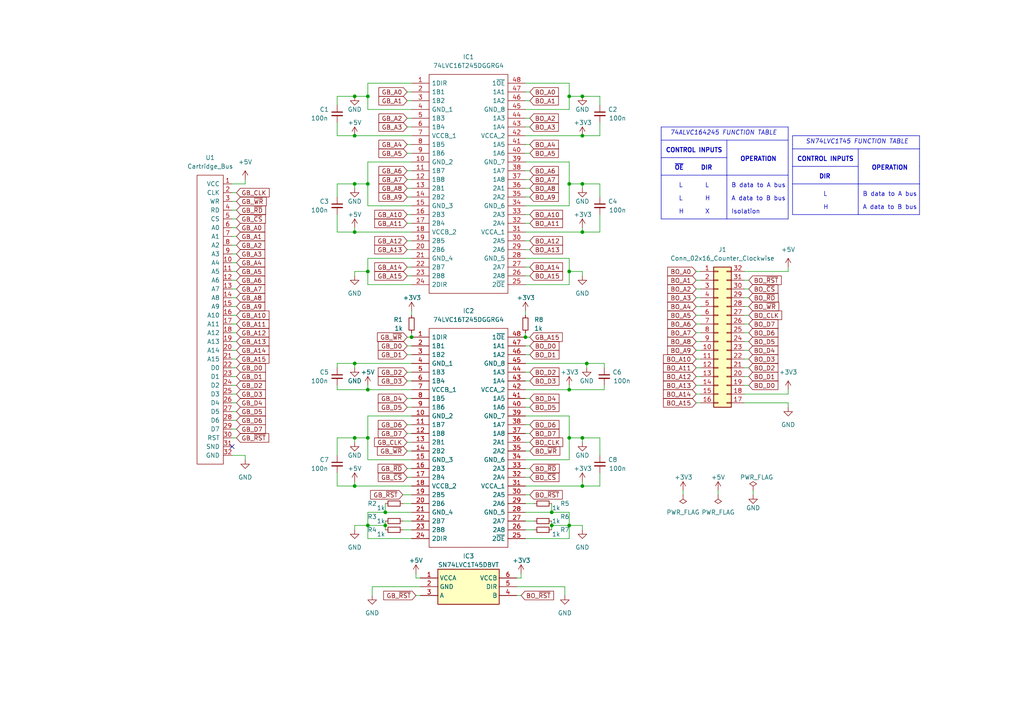
<source format=kicad_sch>
(kicad_sch (version 20230121) (generator eeschema)
  (paper "A4")
  (junction (at 119.38 97.79))
  (junction (at 165.1 127))
  (junction (at 168.91 67.31))
  (junction (at 111.76 152.4))
  (junction (at 168.91 127))
  (junction (at 102.87 39.37))
  (junction (at 168.91 39.37))
  (junction (at 102.87 105.41))
  (junction (at 168.91 53.34))
  (junction (at 165.1 53.34))
  (junction (at 160.02 152.4))
  (junction (at 106.68 78.74))
  (junction (at 152.4 97.79))
  (junction (at 106.68 152.4))
  (junction (at 102.87 127))
  (junction (at 165.1 113.03))
  (junction (at 170.18 105.41))
  (junction (at 111.76 148.59))
  (junction (at 165.1 27.94))
  (junction (at 165.1 152.4))
  (junction (at 102.87 140.97))
  (junction (at 102.87 27.94))
  (junction (at 106.68 53.34))
  (junction (at 160.02 148.59))
  (junction (at 106.68 127))
  (junction (at 168.91 140.97))
  (junction (at 106.68 113.03))
  (junction (at 102.87 67.31))
  (junction (at 102.87 53.34))
  (junction (at 165.1 78.74))
  (junction (at 106.68 27.94))
  (junction (at 168.91 27.94))
  (no_connect (at 67.31 129.54))
  (wire (pts (xy 152.4 146.05) (xy 154.94 146.05)))
  (wire (pts (xy 173.99 27.94) (xy 173.99 30.48)))
  (wire (pts (xy 165.1 74.93) (xy 165.1 78.74)))
  (wire (pts (xy 102.87 127) (xy 106.68 127)))
  (wire (pts (xy 165.1 53.34) (xy 165.1 46.99)))
  (wire (pts (xy 118.11 115.57) (xy 119.38 115.57)))
  (wire (pts (xy 215.9 78.74) (xy 228.6 78.74)))
  (wire (pts (xy 153.67 62.23) (xy 152.4 62.23)))
  (wire (pts (xy 152.4 138.43) (xy 153.67 138.43)))
  (wire (pts (xy 97.79 105.41) (xy 97.79 106.68)))
  (wire (pts (xy 102.87 67.31) (xy 119.38 67.31)))
  (wire (pts (xy 102.87 27.94) (xy 97.79 27.94)))
  (polyline (pts (xy 228.6 50.8) (xy 228.6 63.5)))
  (wire (pts (xy 106.68 59.69) (xy 119.38 59.69)))
  (wire (pts (xy 201.93 99.06) (xy 203.2 99.06)))
  (wire (pts (xy 68.58 68.58) (xy 67.31 68.58)))
  (wire (pts (xy 160.02 151.13) (xy 160.02 152.4)))
  (wire (pts (xy 152.4 31.75) (xy 165.1 31.75)))
  (wire (pts (xy 201.93 91.44) (xy 203.2 91.44)))
  (polyline (pts (xy 191.77 45.72) (xy 191.77 50.8)))
  (wire (pts (xy 173.99 67.31) (xy 173.99 62.23)))
  (wire (pts (xy 152.4 153.67) (xy 154.94 153.67)))
  (wire (pts (xy 119.38 105.41) (xy 102.87 105.41)))
  (wire (pts (xy 68.58 121.92) (xy 67.31 121.92)))
  (wire (pts (xy 68.58 106.68) (xy 67.31 106.68)))
  (wire (pts (xy 106.68 152.4) (xy 106.68 156.21)))
  (wire (pts (xy 152.4 143.51) (xy 153.67 143.51)))
  (wire (pts (xy 106.68 156.21) (xy 119.38 156.21)))
  (wire (pts (xy 168.91 127) (xy 168.91 128.27)))
  (wire (pts (xy 218.44 142.24) (xy 218.44 143.51)))
  (wire (pts (xy 118.11 138.43) (xy 119.38 138.43)))
  (wire (pts (xy 106.68 27.94) (xy 106.68 24.13)))
  (polyline (pts (xy 191.77 36.83) (xy 228.6 36.83)))
  (wire (pts (xy 106.68 113.03) (xy 119.38 113.03)))
  (polyline (pts (xy 229.87 62.23) (xy 248.92 62.23)))
  (wire (pts (xy 152.4 59.69) (xy 165.1 59.69)))
  (wire (pts (xy 68.58 99.06) (xy 67.31 99.06)))
  (wire (pts (xy 152.4 156.21) (xy 165.1 156.21)))
  (polyline (pts (xy 228.6 40.64) (xy 228.6 45.72)))
  (wire (pts (xy 170.18 105.41) (xy 175.26 105.41)))
  (wire (pts (xy 168.91 27.94) (xy 173.99 27.94)))
  (wire (pts (xy 118.11 44.45) (xy 119.38 44.45)))
  (polyline (pts (xy 248.92 48.26) (xy 248.92 53.34)))
  (polyline (pts (xy 228.6 40.64) (xy 191.77 40.64)))
  (wire (pts (xy 102.87 78.74) (xy 106.68 78.74)))
  (wire (pts (xy 68.58 96.52) (xy 67.31 96.52)))
  (wire (pts (xy 102.87 80.01) (xy 102.87 78.74)))
  (wire (pts (xy 152.4 44.45) (xy 153.67 44.45)))
  (wire (pts (xy 175.26 113.03) (xy 175.26 111.76)))
  (wire (pts (xy 201.93 88.9) (xy 203.2 88.9)))
  (wire (pts (xy 153.67 77.47) (xy 152.4 77.47)))
  (wire (pts (xy 152.4 128.27) (xy 153.67 128.27)))
  (wire (pts (xy 152.4 110.49) (xy 153.67 110.49)))
  (wire (pts (xy 201.93 86.36) (xy 203.2 86.36)))
  (wire (pts (xy 201.93 96.52) (xy 203.2 96.52)))
  (wire (pts (xy 68.58 111.76) (xy 67.31 111.76)))
  (wire (pts (xy 118.11 135.89) (xy 119.38 135.89)))
  (wire (pts (xy 71.12 132.08) (xy 71.12 133.35)))
  (wire (pts (xy 106.68 31.75) (xy 106.68 27.94)))
  (wire (pts (xy 152.4 24.13) (xy 165.1 24.13)))
  (wire (pts (xy 152.4 102.87) (xy 153.67 102.87)))
  (wire (pts (xy 168.91 78.74) (xy 168.91 80.01)))
  (wire (pts (xy 106.68 53.34) (xy 106.68 59.69)))
  (wire (pts (xy 215.9 83.82) (xy 217.17 83.82)))
  (wire (pts (xy 102.87 66.04) (xy 102.87 67.31)))
  (wire (pts (xy 168.91 67.31) (xy 173.99 67.31)))
  (wire (pts (xy 116.84 151.13) (xy 119.38 151.13)))
  (wire (pts (xy 118.11 36.83) (xy 119.38 36.83)))
  (wire (pts (xy 118.11 110.49) (xy 119.38 110.49)))
  (wire (pts (xy 119.38 120.65) (xy 106.68 120.65)))
  (wire (pts (xy 68.58 76.2) (xy 67.31 76.2)))
  (wire (pts (xy 217.17 91.44) (xy 215.9 91.44)))
  (wire (pts (xy 106.68 127) (xy 106.68 133.35)))
  (wire (pts (xy 152.4 100.33) (xy 153.67 100.33)))
  (wire (pts (xy 97.79 113.03) (xy 97.79 111.76)))
  (wire (pts (xy 165.1 78.74) (xy 168.91 78.74)))
  (wire (pts (xy 201.93 106.68) (xy 203.2 106.68)))
  (wire (pts (xy 153.67 69.85) (xy 152.4 69.85)))
  (wire (pts (xy 152.4 115.57) (xy 153.67 115.57)))
  (wire (pts (xy 119.38 148.59) (xy 111.76 148.59)))
  (wire (pts (xy 68.58 88.9) (xy 67.31 88.9)))
  (wire (pts (xy 68.58 60.96) (xy 67.31 60.96)))
  (wire (pts (xy 215.9 114.3) (xy 228.6 114.3)))
  (wire (pts (xy 97.79 27.94) (xy 97.79 30.48)))
  (polyline (pts (xy 191.77 39.37) (xy 191.77 36.83)))
  (wire (pts (xy 152.4 151.13) (xy 154.94 151.13)))
  (polyline (pts (xy 266.7 43.18) (xy 229.87 43.18)))
  (wire (pts (xy 217.17 96.52) (xy 215.9 96.52)))
  (wire (pts (xy 118.11 123.19) (xy 119.38 123.19)))
  (wire (pts (xy 165.1 133.35) (xy 152.4 133.35)))
  (wire (pts (xy 119.38 31.75) (xy 106.68 31.75)))
  (wire (pts (xy 152.4 74.93) (xy 165.1 74.93)))
  (wire (pts (xy 165.1 113.03) (xy 165.1 111.76)))
  (wire (pts (xy 201.93 104.14) (xy 203.2 104.14)))
  (polyline (pts (xy 266.7 62.23) (xy 248.92 62.23)))
  (wire (pts (xy 68.58 109.22) (xy 67.31 109.22)))
  (wire (pts (xy 118.11 62.23) (xy 119.38 62.23)))
  (wire (pts (xy 68.58 81.28) (xy 67.31 81.28)))
  (polyline (pts (xy 191.77 40.64) (xy 191.77 45.72)))
  (wire (pts (xy 97.79 127) (xy 97.79 132.08)))
  (wire (pts (xy 106.68 46.99) (xy 106.68 53.34)))
  (wire (pts (xy 215.9 86.36) (xy 217.17 86.36)))
  (wire (pts (xy 165.1 127) (xy 168.91 127)))
  (wire (pts (xy 153.67 80.01) (xy 152.4 80.01)))
  (polyline (pts (xy 191.77 63.5) (xy 210.82 63.5)))
  (polyline (pts (xy 229.87 53.34) (xy 248.92 53.34)))
  (wire (pts (xy 152.4 135.89) (xy 153.67 135.89)))
  (wire (pts (xy 152.4 49.53) (xy 153.67 49.53)))
  (polyline (pts (xy 248.92 43.18) (xy 248.92 48.26)))
  (polyline (pts (xy 229.87 53.34) (xy 229.87 62.23)))
  (polyline (pts (xy 248.92 62.23) (xy 248.92 53.34)))
  (wire (pts (xy 201.93 111.76) (xy 203.2 111.76)))
  (wire (pts (xy 160.02 148.59) (xy 152.4 148.59)))
  (wire (pts (xy 168.91 66.04) (xy 168.91 67.31)))
  (wire (pts (xy 201.93 116.84) (xy 203.2 116.84)))
  (wire (pts (xy 175.26 105.41) (xy 175.26 106.68)))
  (wire (pts (xy 102.87 54.61) (xy 102.87 53.34)))
  (wire (pts (xy 68.58 86.36) (xy 67.31 86.36)))
  (wire (pts (xy 68.58 66.04) (xy 67.31 66.04)))
  (wire (pts (xy 118.11 107.95) (xy 119.38 107.95)))
  (wire (pts (xy 111.76 152.4) (xy 111.76 153.67)))
  (wire (pts (xy 68.58 63.5) (xy 67.31 63.5)))
  (wire (pts (xy 152.4 125.73) (xy 153.67 125.73)))
  (wire (pts (xy 118.11 130.81) (xy 119.38 130.81)))
  (polyline (pts (xy 266.7 43.18) (xy 266.7 48.26)))
  (wire (pts (xy 118.11 77.47) (xy 119.38 77.47)))
  (polyline (pts (xy 228.6 50.8) (xy 228.6 45.72)))
  (wire (pts (xy 68.58 104.14) (xy 67.31 104.14)))
  (wire (pts (xy 160.02 152.4) (xy 165.1 152.4)))
  (polyline (pts (xy 229.87 48.26) (xy 248.92 48.26)))
  (wire (pts (xy 149.86 167.64) (xy 151.13 167.64)))
  (wire (pts (xy 116.84 153.67) (xy 119.38 153.67)))
  (wire (pts (xy 118.11 49.53) (xy 119.38 49.53)))
  (wire (pts (xy 152.4 54.61) (xy 153.67 54.61)))
  (wire (pts (xy 68.58 91.44) (xy 67.31 91.44)))
  (wire (pts (xy 217.17 109.22) (xy 215.9 109.22)))
  (wire (pts (xy 102.87 128.27) (xy 102.87 127)))
  (wire (pts (xy 120.65 167.64) (xy 120.65 166.37)))
  (wire (pts (xy 106.68 133.35) (xy 119.38 133.35)))
  (wire (pts (xy 201.93 83.82) (xy 203.2 83.82)))
  (polyline (pts (xy 229.87 48.26) (xy 229.87 53.34)))
  (wire (pts (xy 119.38 74.93) (xy 106.68 74.93)))
  (wire (pts (xy 208.28 142.24) (xy 208.28 143.51)))
  (wire (pts (xy 118.11 54.61) (xy 119.38 54.61)))
  (wire (pts (xy 165.1 156.21) (xy 165.1 152.4)))
  (wire (pts (xy 152.4 118.11) (xy 153.67 118.11)))
  (wire (pts (xy 106.68 152.4) (xy 111.76 152.4)))
  (wire (pts (xy 111.76 148.59) (xy 106.68 148.59)))
  (wire (pts (xy 68.58 83.82) (xy 67.31 83.82)))
  (wire (pts (xy 201.93 114.3) (xy 203.2 114.3)))
  (wire (pts (xy 168.91 53.34) (xy 173.99 53.34)))
  (wire (pts (xy 102.87 39.37) (xy 97.79 39.37)))
  (wire (pts (xy 118.11 72.39) (xy 119.38 72.39)))
  (wire (pts (xy 97.79 53.34) (xy 97.79 57.15)))
  (wire (pts (xy 201.93 101.6) (xy 203.2 101.6)))
  (wire (pts (xy 119.38 24.13) (xy 106.68 24.13)))
  (wire (pts (xy 152.4 52.07) (xy 153.67 52.07)))
  (polyline (pts (xy 266.7 39.37) (xy 266.7 43.18)))
  (wire (pts (xy 198.12 142.24) (xy 198.12 143.51)))
  (wire (pts (xy 201.93 78.74) (xy 203.2 78.74)))
  (wire (pts (xy 165.1 113.03) (xy 175.26 113.03)))
  (wire (pts (xy 149.86 172.72) (xy 151.13 172.72)))
  (polyline (pts (xy 228.6 63.5) (xy 210.82 63.5)))
  (wire (pts (xy 152.4 41.91) (xy 153.67 41.91)))
  (wire (pts (xy 106.68 111.76) (xy 106.68 113.03)))
  (wire (pts (xy 153.67 72.39) (xy 152.4 72.39)))
  (wire (pts (xy 97.79 140.97) (xy 97.79 137.16)))
  (polyline (pts (xy 229.87 41.91) (xy 229.87 39.37)))
  (wire (pts (xy 152.4 96.52) (xy 152.4 97.79)))
  (wire (pts (xy 68.58 55.88) (xy 67.31 55.88)))
  (wire (pts (xy 121.92 167.64) (xy 120.65 167.64)))
  (polyline (pts (xy 229.87 43.18) (xy 229.87 48.26)))
  (polyline (pts (xy 210.82 63.5) (xy 210.82 50.8)))
  (wire (pts (xy 217.17 93.98) (xy 215.9 93.98)))
  (wire (pts (xy 165.1 27.94) (xy 165.1 31.75)))
  (wire (pts (xy 68.58 73.66) (xy 67.31 73.66)))
  (wire (pts (xy 152.4 123.19) (xy 153.67 123.19)))
  (polyline (pts (xy 228.6 36.83) (xy 228.6 40.64)))
  (wire (pts (xy 106.68 113.03) (xy 97.79 113.03)))
  (wire (pts (xy 165.1 127) (xy 165.1 133.35)))
  (wire (pts (xy 68.58 58.42) (xy 67.31 58.42)))
  (wire (pts (xy 102.87 53.34) (xy 97.79 53.34)))
  (wire (pts (xy 152.4 120.65) (xy 165.1 120.65)))
  (wire (pts (xy 68.58 78.74) (xy 67.31 78.74)))
  (wire (pts (xy 165.1 53.34) (xy 168.91 53.34)))
  (wire (pts (xy 118.11 97.79) (xy 119.38 97.79)))
  (wire (pts (xy 152.4 113.03) (xy 165.1 113.03)))
  (wire (pts (xy 67.31 53.34) (xy 71.12 53.34)))
  (wire (pts (xy 118.11 34.29) (xy 119.38 34.29)))
  (wire (pts (xy 215.9 111.76) (xy 217.17 111.76)))
  (wire (pts (xy 217.17 104.14) (xy 215.9 104.14)))
  (wire (pts (xy 163.83 170.18) (xy 163.83 172.72)))
  (wire (pts (xy 97.79 67.31) (xy 97.79 62.23)))
  (wire (pts (xy 97.79 39.37) (xy 97.79 35.56)))
  (wire (pts (xy 152.4 67.31) (xy 168.91 67.31)))
  (wire (pts (xy 111.76 151.13) (xy 111.76 152.4)))
  (polyline (pts (xy 210.82 40.64) (xy 210.82 45.72)))
  (wire (pts (xy 119.38 96.52) (xy 119.38 97.79)))
  (wire (pts (xy 102.87 105.41) (xy 102.87 106.68)))
  (wire (pts (xy 118.11 29.21) (xy 119.38 29.21)))
  (wire (pts (xy 168.91 152.4) (xy 168.91 153.67)))
  (wire (pts (xy 118.11 26.67) (xy 119.38 26.67)))
  (wire (pts (xy 121.92 170.18) (xy 107.95 170.18)))
  (wire (pts (xy 170.18 105.41) (xy 170.18 106.68)))
  (polyline (pts (xy 266.7 53.34) (xy 266.7 62.23)))
  (wire (pts (xy 217.17 99.06) (xy 215.9 99.06)))
  (wire (pts (xy 118.11 64.77) (xy 119.38 64.77)))
  (wire (pts (xy 71.12 53.34) (xy 71.12 52.07)))
  (wire (pts (xy 160.02 146.05) (xy 160.02 148.59)))
  (wire (pts (xy 168.91 127) (xy 173.99 127)))
  (wire (pts (xy 168.91 39.37) (xy 173.99 39.37)))
  (polyline (pts (xy 229.87 41.91) (xy 229.87 43.18)))
  (wire (pts (xy 173.99 53.34) (xy 173.99 57.15)))
  (wire (pts (xy 102.87 152.4) (xy 106.68 152.4)))
  (wire (pts (xy 168.91 53.34) (xy 168.91 54.61)))
  (wire (pts (xy 118.11 41.91) (xy 119.38 41.91)))
  (wire (pts (xy 68.58 71.12) (xy 67.31 71.12)))
  (wire (pts (xy 102.87 105.41) (xy 97.79 105.41)))
  (wire (pts (xy 68.58 124.46) (xy 67.31 124.46)))
  (wire (pts (xy 168.91 139.7) (xy 168.91 140.97)))
  (wire (pts (xy 165.1 82.55) (xy 152.4 82.55)))
  (wire (pts (xy 165.1 120.65) (xy 165.1 127)))
  (polyline (pts (xy 191.77 45.72) (xy 210.82 45.72)))
  (wire (pts (xy 67.31 132.08) (xy 71.12 132.08)))
  (wire (pts (xy 102.87 67.31) (xy 97.79 67.31)))
  (wire (pts (xy 152.4 107.95) (xy 153.67 107.95)))
  (wire (pts (xy 149.86 170.18) (xy 163.83 170.18)))
  (polyline (pts (xy 210.82 50.8) (xy 228.6 50.8)))
  (wire (pts (xy 152.4 130.81) (xy 153.67 130.81)))
  (wire (pts (xy 217.17 101.6) (xy 215.9 101.6)))
  (wire (pts (xy 106.68 78.74) (xy 106.68 82.55)))
  (wire (pts (xy 201.93 109.22) (xy 203.2 109.22)))
  (wire (pts (xy 228.6 116.84) (xy 228.6 118.11)))
  (wire (pts (xy 165.1 24.13) (xy 165.1 27.94)))
  (wire (pts (xy 215.9 81.28) (xy 217.17 81.28)))
  (polyline (pts (xy 229.87 39.37) (xy 266.7 39.37)))
  (wire (pts (xy 152.4 97.79) (xy 153.67 97.79)))
  (wire (pts (xy 165.1 59.69) (xy 165.1 53.34)))
  (wire (pts (xy 102.87 140.97) (xy 97.79 140.97)))
  (wire (pts (xy 165.1 152.4) (xy 168.91 152.4)))
  (wire (pts (xy 118.11 125.73) (xy 119.38 125.73)))
  (wire (pts (xy 118.11 128.27) (xy 119.38 128.27)))
  (wire (pts (xy 152.4 105.41) (xy 170.18 105.41)))
  (wire (pts (xy 228.6 114.3) (xy 228.6 113.03)))
  (polyline (pts (xy 266.7 53.34) (xy 266.7 48.26)))
  (wire (pts (xy 120.65 172.72) (xy 121.92 172.72)))
  (wire (pts (xy 102.87 139.7) (xy 102.87 140.97)))
  (wire (pts (xy 215.9 88.9) (xy 217.17 88.9)))
  (wire (pts (xy 107.95 170.18) (xy 107.95 172.72)))
  (wire (pts (xy 165.1 152.4) (xy 165.1 148.59)))
  (wire (pts (xy 215.9 116.84) (xy 228.6 116.84)))
  (wire (pts (xy 106.68 82.55) (xy 119.38 82.55)))
  (wire (pts (xy 165.1 46.99) (xy 152.4 46.99)))
  (polyline (pts (xy 191.77 50.8) (xy 210.82 50.8)))
  (wire (pts (xy 160.02 152.4) (xy 160.02 153.67)))
  (wire (pts (xy 118.11 52.07) (xy 119.38 52.07)))
  (polyline (pts (xy 191.77 50.8) (xy 191.77 63.5)))
  (wire (pts (xy 152.4 39.37) (xy 168.91 39.37)))
  (wire (pts (xy 173.99 140.97) (xy 173.99 137.16)))
  (wire (pts (xy 111.76 146.05) (xy 111.76 148.59)))
  (wire (pts (xy 152.4 57.15) (xy 153.67 57.15)))
  (wire (pts (xy 102.87 39.37) (xy 119.38 39.37)))
  (wire (pts (xy 153.67 64.77) (xy 152.4 64.77)))
  (wire (pts (xy 152.4 26.67) (xy 153.67 26.67)))
  (wire (pts (xy 102.87 27.94) (xy 106.68 27.94)))
  (wire (pts (xy 165.1 148.59) (xy 160.02 148.59)))
  (wire (pts (xy 68.58 101.6) (xy 67.31 101.6)))
  (wire (pts (xy 201.93 93.98) (xy 203.2 93.98)))
  (wire (pts (xy 118.11 100.33) (xy 119.38 100.33)))
  (wire (pts (xy 201.93 81.28) (xy 203.2 81.28)))
  (wire (pts (xy 118.11 69.85) (xy 119.38 69.85)))
  (wire (pts (xy 118.11 102.87) (xy 119.38 102.87)))
  (wire (pts (xy 102.87 140.97) (xy 119.38 140.97)))
  (polyline (pts (xy 210.82 45.72) (xy 210.82 50.8)))
  (wire (pts (xy 68.58 114.3) (xy 67.31 114.3)))
  (wire (pts (xy 106.68 74.93) (xy 106.68 78.74)))
  (wire (pts (xy 165.1 78.74) (xy 165.1 82.55)))
  (wire (pts (xy 151.13 167.64) (xy 151.13 166.37)))
  (wire (pts (xy 106.68 120.65) (xy 106.68 127)))
  (wire (pts (xy 102.87 153.67) (xy 102.87 152.4)))
  (wire (pts (xy 118.11 57.15) (xy 119.38 57.15)))
  (wire (pts (xy 152.4 36.83) (xy 153.67 36.83)))
  (wire (pts (xy 173.99 39.37) (xy 173.99 35.56)))
  (wire (pts (xy 68.58 93.98) (xy 67.31 93.98)))
  (polyline (pts (xy 191.77 39.37) (xy 191.77 40.64)))
  (wire (pts (xy 228.6 78.74) (xy 228.6 77.47)))
  (wire (pts (xy 152.4 34.29) (xy 153.67 34.29)))
  (wire (pts (xy 165.1 27.94) (xy 168.91 27.94)))
  (wire (pts (xy 116.84 143.51) (xy 119.38 143.51)))
  (wire (pts (xy 68.58 119.38) (xy 67.31 119.38)))
  (polyline (pts (xy 248.92 53.34) (xy 266.7 53.34)))
  (wire (pts (xy 217.17 106.68) (xy 215.9 106.68)))
  (wire (pts (xy 118.11 80.01) (xy 119.38 80.01)))
  (wire (pts (xy 68.58 116.84) (xy 67.31 116.84)))
  (wire (pts (xy 68.58 127) (xy 67.31 127)))
  (wire (pts (xy 168.91 140.97) (xy 173.99 140.97)))
  (wire (pts (xy 152.4 29.21) (xy 153.67 29.21)))
  (wire (pts (xy 116.84 146.05) (xy 119.38 146.05)))
  (wire (pts (xy 173.99 127) (xy 173.99 132.08)))
  (wire (pts (xy 152.4 90.17) (xy 152.4 91.44)))
  (wire (pts (xy 152.4 140.97) (xy 168.91 140.97)))
  (wire (pts (xy 102.87 53.34) (xy 106.68 53.34)))
  (wire (pts (xy 119.38 90.17) (xy 119.38 91.44)))
  (wire (pts (xy 118.11 118.11) (xy 119.38 118.11)))
  (wire (pts (xy 102.87 127) (xy 97.79 127)))
  (wire (pts (xy 106.68 148.59) (xy 106.68 152.4)))
  (wire (pts (xy 119.38 46.99) (xy 106.68 46.99)))
  (text "DIR" (at 203.2 49.53 0) (effects (font (size 1.27 1.27) (thickness 0.254) bold) (justify left bottom)))
  (text "L" (at 238.76 57.15 0) (effects (font (size 1.27 1.27)) (justify left bottom)))
  (text "H" (at 204.47 58.42 0) (effects (font (size 1.27 1.27)) (justify left bottom)))
  (text "DIR" (at 237.49 52.07 0) (effects (font (size 1.27 1.27) (thickness 0.254) bold) (justify left bottom)))
  (text "B data to A bus" (at 250.19 57.15 0) (effects (font (size 1.27 1.27)) (justify left bottom)))
  (text "CONTROL INPUTS" (at 193.04 44.45 0) (effects (font (size 1.27 1.27) (thickness 0.254) bold) (justify left bottom)))
  (text "H" (at 196.85 62.23 0) (effects (font (size 1.27 1.27)) (justify left bottom)))
  (text "OPERATION" (at 214.63 46.99 0) (effects (font (size 1.27 1.27) (thickness 0.254) bold) (justify left bottom)))
  (text "Isolation" (at 212.09 62.23 0) (effects (font (size 1.27 1.27)) (justify left bottom)))
  (text "A data to B bus" (at 250.19 60.96 0) (effects (font (size 1.27 1.27)) (justify left bottom)))
  (text "H" (at 238.76 60.96 0) (effects (font (size 1.27 1.27)) (justify left bottom)))
  (text "L" (at 204.47 54.61 0) (effects (font (size 1.27 1.27)) (justify left bottom)))
  (text "74ALVC164245 FUNCTION TABLE\n" (at 194.31 39.37 0) (effects (font (size 1.27 1.27) italic) (justify left bottom)))
  (text "A data to B bus" (at 212.09 58.42 0) (effects (font (size 1.27 1.27)) (justify left bottom)))
  (text "L" (at 196.85 58.42 0) (effects (font (size 1.27 1.27)) (justify left bottom)))
  (text "SN74LVC1T45 FUNCTION TABLE\n" (at 233.68 41.91 0) (effects (font (size 1.27 1.27) italic) (justify left bottom)))
  (text "X" (at 204.47 62.23 0) (effects (font (size 1.27 1.27)) (justify left bottom)))
  (text "CONTROL INPUTS" (at 231.14 46.99 0) (effects (font (size 1.27 1.27) (thickness 0.254) bold) (justify left bottom)))
  (text "L" (at 196.85 54.61 0) (effects (font (size 1.27 1.27)) (justify left bottom)))
  (text "OPERATION" (at 252.73 49.53 0) (effects (font (size 1.27 1.27) (thickness 0.254) bold) (justify left bottom)))
  (text "B data to A bus" (at 212.09 54.61 0) (effects (font (size 1.27 1.27)) (justify left bottom)))
  (text "~{OE}" (at 195.58 49.53 0) (effects (font (size 1.27 1.27) (thickness 0.254) bold) (justify left bottom)))
  (global_label "GB_A14" (shape input) (at 68.58 101.6 0) (property "Intersheetrefs" "${INTERSHEET_REFS}" (effects hide)))
  (global_label "GB_D1" (shape input) (at 118.11 102.87 180) (property "Intersheetrefs" "${INTERSHEET_REFS}" (effects hide)))
  (global_label "BO_D3" (shape input) (at 217.17 104.14 0) (property "Intersheetrefs" "${INTERSHEET_REFS}" (effects hide)))
  (global_label "BO_~{RD}" (shape input) (at 153.67 135.89 0) (property "Intersheetrefs" "${INTERSHEET_REFS}" (effects hide)))
  (global_label "BO_A15" (shape input) (at 153.67 80.01 0) (property "Intersheetrefs" "${INTERSHEET_REFS}" (effects hide)))
  (global_label "GB_D0" (shape input) (at 118.11 100.33 180) (property "Intersheetrefs" "${INTERSHEET_REFS}" (effects hide)))
  (global_label "GB_A6" (shape input) (at 68.58 81.28 0) (property "Intersheetrefs" "${INTERSHEET_REFS}" (effects hide)))
  (global_label "GB_A6" (shape input) (at 118.11 49.53 180) (property "Intersheetrefs" "${INTERSHEET_REFS}" (effects hide)))
  (global_label "BO_A0" (shape input) (at 153.67 26.67 0) (property "Intersheetrefs" "${INTERSHEET_REFS}" (effects hide)))
  (global_label "GB_A11" (shape input) (at 68.58 93.98 0) (property "Intersheetrefs" "${INTERSHEET_REFS}" (effects hide)))
  (global_label "GB_~{RST}" (shape input) (at 116.84 143.51 180) (property "Intersheetrefs" "${INTERSHEET_REFS}" (effects hide)))
  (global_label "BO_CLK" (shape input) (at 217.17 91.44 0) (property "Intersheetrefs" "${INTERSHEET_REFS}" (effects hide)))
  (global_label "BO_A11" (shape input) (at 153.67 64.77 0) (property "Intersheetrefs" "${INTERSHEET_REFS}" (effects hide)))
  (global_label "BO_A13" (shape input) (at 153.67 72.39 0) (property "Intersheetrefs" "${INTERSHEET_REFS}" (effects hide)))
  (global_label "BO_A7" (shape input) (at 201.93 96.52 180) (property "Intersheetrefs" "${INTERSHEET_REFS}" (effects hide)))
  (global_label "BO_D7" (shape input) (at 217.17 93.98 0) (property "Intersheetrefs" "${INTERSHEET_REFS}" (effects hide)))
  (global_label "BO_A6" (shape input) (at 201.93 93.98 180) (property "Intersheetrefs" "${INTERSHEET_REFS}" (effects hide)))
  (global_label "BO_D0" (shape input) (at 217.17 111.76 0) (property "Intersheetrefs" "${INTERSHEET_REFS}" (effects hide)))
  (global_label "GB_A11" (shape input) (at 118.11 64.77 180) (property "Intersheetrefs" "${INTERSHEET_REFS}" (effects hide)))
  (global_label "GB_A9" (shape input) (at 118.11 57.15 180) (property "Intersheetrefs" "${INTERSHEET_REFS}" (effects hide)))
  (global_label "BO_D4" (shape input) (at 153.67 115.57 0) (property "Intersheetrefs" "${INTERSHEET_REFS}" (effects hide)))
  (global_label "GB_D2" (shape input) (at 68.58 111.76 0) (property "Intersheetrefs" "${INTERSHEET_REFS}" (effects hide)))
  (global_label "BO_A3" (shape input) (at 201.93 86.36 180) (property "Intersheetrefs" "${INTERSHEET_REFS}" (effects hide)))
  (global_label "BO_~{CS}" (shape input) (at 217.17 83.82 0) (property "Intersheetrefs" "${INTERSHEET_REFS}" (effects hide)))
  (global_label "BO_A6" (shape input) (at 153.67 49.53 0) (property "Intersheetrefs" "${INTERSHEET_REFS}" (effects hide)))
  (global_label "GB_A4" (shape input) (at 118.11 41.91 180) (property "Intersheetrefs" "${INTERSHEET_REFS}" (effects hide)))
  (global_label "BO_~{RST}" (shape input) (at 151.13 172.72 0) (property "Intersheetrefs" "${INTERSHEET_REFS}" (effects hide)))
  (global_label "GB_A14" (shape input) (at 118.11 77.47 180) (property "Intersheetrefs" "${INTERSHEET_REFS}" (effects hide)))
  (global_label "GB_~{RST}" (shape input) (at 120.65 172.72 180) (property "Intersheetrefs" "${INTERSHEET_REFS}" (effects hide)))
  (global_label "GB_~{WR}" (shape input) (at 118.11 130.81 180) (property "Intersheetrefs" "${INTERSHEET_REFS}" (effects hide)))
  (global_label "GB_A1" (shape input) (at 68.58 68.58 0) (property "Intersheetrefs" "${INTERSHEET_REFS}" (effects hide)))
  (global_label "GB_A10" (shape input) (at 68.58 91.44 0) (property "Intersheetrefs" "${INTERSHEET_REFS}" (effects hide)))
  (global_label "BO_A14" (shape input) (at 201.93 114.3 180) (property "Intersheetrefs" "${INTERSHEET_REFS}" (effects hide)))
  (global_label "GB_CLK" (shape input) (at 118.11 128.27 180) (property "Intersheetrefs" "${INTERSHEET_REFS}" (effects hide)))
  (global_label "BO_A0" (shape input) (at 201.93 78.74 180) (property "Intersheetrefs" "${INTERSHEET_REFS}" (effects hide)))
  (global_label "BO_D1" (shape input) (at 153.67 102.87 0) (property "Intersheetrefs" "${INTERSHEET_REFS}" (effects hide)))
  (global_label "BO_A9" (shape input) (at 153.67 57.15 0) (property "Intersheetrefs" "${INTERSHEET_REFS}" (effects hide)))
  (global_label "BO_A5" (shape input) (at 201.93 91.44 180) (property "Intersheetrefs" "${INTERSHEET_REFS}" (effects hide)))
  (global_label "GB_~{RD}" (shape input) (at 118.11 135.89 180) (property "Intersheetrefs" "${INTERSHEET_REFS}" (effects hide)))
  (global_label "GB_A12" (shape input) (at 118.11 69.85 180) (property "Intersheetrefs" "${INTERSHEET_REFS}" (effects hide)))
  (global_label "BO_~{WR}" (shape input) (at 217.17 88.9 0) (property "Intersheetrefs" "${INTERSHEET_REFS}" (effects hide)))
  (global_label "BO_A14" (shape input) (at 153.67 77.47 0) (property "Intersheetrefs" "${INTERSHEET_REFS}" (effects hide)))
  (global_label "BO_~{WR}" (shape input) (at 153.67 130.81 0) (property "Intersheetrefs" "${INTERSHEET_REFS}" (effects hide)))
  (global_label "BO_~{CS}" (shape input) (at 153.67 138.43 0) (property "Intersheetrefs" "${INTERSHEET_REFS}" (effects hide)))
  (global_label "GB_A8" (shape input) (at 68.58 86.36 0) (property "Intersheetrefs" "${INTERSHEET_REFS}" (effects hide)))
  (global_label "BO_A9" (shape input) (at 201.93 101.6 180) (property "Intersheetrefs" "${INTERSHEET_REFS}" (effects hide)))
  (global_label "BO_A12" (shape input) (at 201.93 109.22 180) (property "Intersheetrefs" "${INTERSHEET_REFS}" (effects hide)))
  (global_label "GB_A7" (shape input) (at 118.11 52.07 180) (property "Intersheetrefs" "${INTERSHEET_REFS}" (effects hide)))
  (global_label "GB_~{WR}" (shape input) (at 118.11 97.79 180) (property "Intersheetrefs" "${INTERSHEET_REFS}" (effects hide)))
  (global_label "GB_D6" (shape input) (at 68.58 121.92 0) (property "Intersheetrefs" "${INTERSHEET_REFS}" (effects hide)))
  (global_label "GB_CLK" (shape input) (at 68.58 55.88 0) (property "Intersheetrefs" "${INTERSHEET_REFS}" (effects hide)))
  (global_label "BO_D2" (shape input) (at 153.67 107.95 0) (property "Intersheetrefs" "${INTERSHEET_REFS}" (effects hide)))
  (global_label "GB_A0" (shape input) (at 118.11 26.67 180) (property "Intersheetrefs" "${INTERSHEET_REFS}" (effects hide)))
  (global_label "GB_A12" (shape input) (at 68.58 96.52 0) (property "Intersheetrefs" "${INTERSHEET_REFS}" (effects hide)))
  (global_label "GB_A2" (shape input) (at 118.11 34.29 180) (property "Intersheetrefs" "${INTERSHEET_REFS}" (effects hide)))
  (global_label "GB_D7" (shape input) (at 118.11 125.73 180) (property "Intersheetrefs" "${INTERSHEET_REFS}" (effects hide)))
  (global_label "GB_A15" (shape input) (at 118.11 80.01 180) (property "Intersheetrefs" "${INTERSHEET_REFS}" (effects hide)))
  (global_label "GB_D5" (shape input) (at 68.58 119.38 0) (property "Intersheetrefs" "${INTERSHEET_REFS}" (effects hide)))
  (global_label "GB_D2" (shape input) (at 118.11 107.95 180) (property "Intersheetrefs" "${INTERSHEET_REFS}" (effects hide)))
  (global_label "GB_D3" (shape input) (at 68.58 114.3 0) (property "Intersheetrefs" "${INTERSHEET_REFS}" (effects hide)))
  (global_label "BO_A1" (shape input) (at 201.93 81.28 180) (property "Intersheetrefs" "${INTERSHEET_REFS}" (effects hide)))
  (global_label "GB_D3" (shape input) (at 118.11 110.49 180) (property "Intersheetrefs" "${INTERSHEET_REFS}" (effects hide)))
  (global_label "GB_A8" (shape input) (at 118.11 54.61 180) (property "Intersheetrefs" "${INTERSHEET_REFS}" (effects hide)))
  (global_label "GB_A7" (shape input) (at 68.58 83.82 0) (property "Intersheetrefs" "${INTERSHEET_REFS}" (effects hide)))
  (global_label "GB_D5" (shape input) (at 118.11 118.11 180) (property "Intersheetrefs" "${INTERSHEET_REFS}" (effects hide)))
  (global_label "BO_A2" (shape input) (at 201.93 83.82 180) (property "Intersheetrefs" "${INTERSHEET_REFS}" (effects hide)))
  (global_label "GB_D0" (shape input) (at 68.58 106.68 0) (property "Intersheetrefs" "${INTERSHEET_REFS}" (effects hide)))
  (global_label "BO_A10" (shape input) (at 201.93 104.14 180) (property "Intersheetrefs" "${INTERSHEET_REFS}" (effects hide)))
  (global_label "GB_A0" (shape input) (at 68.58 66.04 0) (property "Intersheetrefs" "${INTERSHEET_REFS}" (effects hide)))
  (global_label "GB_D4" (shape input) (at 68.58 116.84 0) (property "Intersheetrefs" "${INTERSHEET_REFS}" (effects hide)))
  (global_label "GB_A15" (shape input) (at 68.58 104.14 0) (property "Intersheetrefs" "${INTERSHEET_REFS}" (effects hide)))
  (global_label "BO_~{RD}" (shape input) (at 217.17 86.36 0) (property "Intersheetrefs" "${INTERSHEET_REFS}" (effects hide)))
  (global_label "BO_D3" (shape input) (at 153.67 110.49 0) (property "Intersheetrefs" "${INTERSHEET_REFS}" (effects hide)))
  (global_label "GB_~{CS}" (shape input) (at 118.11 138.43 180) (property "Intersheetrefs" "${INTERSHEET_REFS}" (effects hide)))
  (global_label "BO_D1" (shape input) (at 217.17 109.22 0) (property "Intersheetrefs" "${INTERSHEET_REFS}" (effects hide)))
  (global_label "GB_D7" (shape input) (at 68.58 124.46 0) (property "Intersheetrefs" "${INTERSHEET_REFS}" (effects hide)))
  (global_label "GB_A13" (shape input) (at 118.11 72.39 180) (property "Intersheetrefs" "${INTERSHEET_REFS}" (effects hide)))
  (global_label "GB_~{CS}" (shape input) (at 68.58 63.5 0) (property "Intersheetrefs" "${INTERSHEET_REFS}" (effects hide)))
  (global_label "GB_~{WR}" (shape input) (at 68.58 58.42 0) (property "Intersheetrefs" "${INTERSHEET_REFS}" (effects hide)))
  (global_label "GB_A4" (shape input) (at 68.58 76.2 0) (property "Intersheetrefs" "${INTERSHEET_REFS}" (effects hide)))
  (global_label "BO_~{RST}" (shape input) (at 217.17 81.28 0) (property "Intersheetrefs" "${INTERSHEET_REFS}" (effects hide)))
  (global_label "GB_A2" (shape input) (at 68.58 71.12 0) (property "Intersheetrefs" "${INTERSHEET_REFS}" (effects hide)))
  (global_label "BO_D6" (shape input) (at 217.17 96.52 0) (property "Intersheetrefs" "${INTERSHEET_REFS}" (effects hide)))
  (global_label "GB_A1" (shape input) (at 118.11 29.21 180) (property "Intersheetrefs" "${INTERSHEET_REFS}" (effects hide)))
  (global_label "BO_A11" (shape input) (at 201.93 106.68 180) (property "Intersheetrefs" "${INTERSHEET_REFS}" (effects hide)))
  (global_label "GB_D1" (shape input) (at 68.58 109.22 0) (property "Intersheetrefs" "${INTERSHEET_REFS}" (effects hide)))
  (global_label "GB_A13" (shape input) (at 68.58 99.06 0) (property "Intersheetrefs" "${INTERSHEET_REFS}" (effects hide)))
  (global_label "GB_~{RD}" (shape input) (at 68.58 60.96 0) (property "Intersheetrefs" "${INTERSHEET_REFS}" (effects hide)))
  (global_label "BO_A15" (shape input) (at 201.93 116.84 180) (property "Intersheetrefs" "${INTERSHEET_REFS}" (effects hide)))
  (global_label "BO_D7" (shape input) (at 153.67 125.73 0) (property "Intersheetrefs" "${INTERSHEET_REFS}" (effects hide)))
  (global_label "BO_A8" (shape input) (at 201.93 99.06 180) (property "Intersheetrefs" "${INTERSHEET_REFS}" (effects hide)))
  (global_label "GB_~{RST}" (shape input) (at 68.58 127 0) (property "Intersheetrefs" "${INTERSHEET_REFS}" (effects hide)))
  (global_label "GB_A3" (shape input) (at 118.11 36.83 180) (property "Intersheetrefs" "${INTERSHEET_REFS}" (effects hide)))
  (global_label "BO_A13" (shape input) (at 201.93 111.76 180) (property "Intersheetrefs" "${INTERSHEET_REFS}" (effects hide)))
  (global_label "BO_D5" (shape input) (at 217.17 99.06 0) (property "Intersheetrefs" "${INTERSHEET_REFS}" (effects hide)))
  (global_label "BO_~{RST}" (shape input) (at 153.67 143.51 0) (property "Intersheetrefs" "${INTERSHEET_REFS}" (effects hide)))
  (global_label "BO_A12" (shape input) (at 153.67 69.85 0) (property "Intersheetrefs" "${INTERSHEET_REFS}" (effects hide)))
  (global_label "BO_A7" (shape input) (at 153.67 52.07 0) (property "Intersheetrefs" "${INTERSHEET_REFS}" (effects hide)))
  (global_label "BO_A5" (shape input) (at 153.67 44.45 0) (property "Intersheetrefs" "${INTERSHEET_REFS}" (effects hide)))
  (global_label "BO_A4" (shape input) (at 153.67 41.91 0) (property "Intersheetrefs" "${INTERSHEET_REFS}" (effects hide)))
  (global_label "GB_A5" (shape input) (at 68.58 78.74 0) (property "Intersheetrefs" "${INTERSHEET_REFS}" (effects hide)))
  (global_label "BO_D0" (shape input) (at 153.67 100.33 0) (property "Intersheetrefs" "${INTERSHEET_REFS}" (effects hide)))
  (global_label "GB_A10" (shape input) (at 118.11 62.23 180) (property "Intersheetrefs" "${INTERSHEET_REFS}" (effects hide)))
  (global_label "BO_A10" (shape input) (at 153.67 62.23 0) (property "Intersheetrefs" "${INTERSHEET_REFS}" (effects hide)))
  (global_label "BO_A1" (shape input) (at 153.67 29.21 0) (property "Intersheetrefs" "${INTERSHEET_REFS}" (effects hide)))
  (global_label "GB_A9" (shape input) (at 68.58 88.9 0) (property "Intersheetrefs" "${INTERSHEET_REFS}" (effects hide)))
  (global_label "GB_D6" (shape input) (at 118.11 123.19 180) (property "Intersheetrefs" "${INTERSHEET_REFS}" (effects hide)))
  (global_label "GB_D4" (shape input) (at 118.11 115.57 180) (property "Intersheetrefs" "${INTERSHEET_REFS}" (effects hide)))
  (global_label "BO_A2" (shape input) (at 153.67 34.29 0) (property "Intersheetrefs" "${INTERSHEET_REFS}" (effects hide)))
  (global_label "BO_D2" (shape input) (at 217.17 106.68 0) (property "Intersheetrefs" "${INTERSHEET_REFS}" (effects hide)))
  (global_label "BO_A4" (shape input) (at 201.93 88.9 180) (property "Intersheetrefs" "${INTERSHEET_REFS}" (effects hide)))
  (global_label "GB_A5" (shape input) (at 118.11 44.45 180) (property "Intersheetrefs" "${INTERSHEET_REFS}" (effects hide)))
  (global_label "GB_A3" (shape input) (at 68.58 73.66 0) (property "Intersheetrefs" "${INTERSHEET_REFS}" (effects hide)))
  (global_label "BO_A3" (shape input) (at 153.67 36.83 0) (property "Intersheetrefs" "${INTERSHEET_REFS}" (effects hide)))
  (global_label "BO_CLK" (shape input) (at 153.67 128.27 0) (property "Intersheetrefs" "${INTERSHEET_REFS}" (effects hide)))
  (global_label "BO_D4" (shape input) (at 217.17 101.6 0) (property "Intersheetrefs" "${INTERSHEET_REFS}" (effects hide)))
  (global_label "GB_A15" (shape input) (at 153.67 97.79 0) (property "Intersheetrefs" "${INTERSHEET_REFS}" (effects hide)))
  (global_label "BO_A8" (shape input) (at 153.67 54.61 0) (property "Intersheetrefs" "${INTERSHEET_REFS}" (effects hide)))
  (global_label "BO_D6" (shape input) (at 153.67 123.19 0) (property "Intersheetrefs" "${INTERSHEET_REFS}" (effects hide)))
  (global_label "BO_D5" (shape input) (at 153.67 118.11 0) (property "Intersheetrefs" "${INTERSHEET_REFS}" (effects hide)))
  (symbol (lib_id "Device:R_Small") (at 114.3 151.13 270) (mirror x) (unit 1)
    (property "Reference" "R3" (at 107.95 149.86 90))
    (property "Value" "1k" (at 110.49 151.13 90))
    (property "Footprint" "Resistor_SMD:R_0402_1005Metric" (effects hide))
  )
  (symbol (lib_id "power:GND") (at 170.18 106.68 0) (unit 1)
    (property "Reference" "#PWR019" (effects hide))
    (property "Value" "GND" (at 170.18 110.49 0))
  )
  (symbol (lib_id "Device:R_Small") (at 157.48 153.67 90) (unit 1)
    (property "Reference" "R7" (at 163.83 153.67 90))
    (property "Value" "1k" (at 161.29 154.94 90))
    (property "Footprint" "Resistor_SMD:R_0402_1005Metric" (effects hide))
  )
  (symbol (lib_id "power:GND") (at 228.6 118.11 0) (unit 1)
    (property "Reference" "#PWR026" (effects hide))
    (property "Value" "GND" (at 228.6 123.19 0))
  )
  (symbol (lib_id "power:GND") (at 168.91 153.67 0) (unit 1)
    (property "Reference" "#PWR023" (effects hide))
    (property "Value" "GND" (at 168.91 158.75 0))
  )
  (symbol (lib_id "power:+5V") (at 208.28 142.24 0) (unit 1)
    (property "Reference" "#PWR0102" (effects hide))
    (property "Value" "+5V" (at 208.28 138.43 0))
  )
  (symbol (lib_id "power:+3V3") (at 198.12 142.24 0) (unit 1)
    (property "Reference" "#PWR0101" (effects hide))
    (property "Value" "+3V3" (at 195.58 138.43 0) (effects (justify left)))
  )
  (symbol (lib_id "power:+5V") (at 71.12 52.07 0) (unit 1)
    (property "Reference" "#PWR01" (effects hide))
    (property "Value" "+5V" (at 71.12 46.99 0))
  )
  (symbol (lib_id "power:GND") (at 102.87 106.68 0) (unit 1)
    (property "Reference" "#PWR08" (effects hide))
    (property "Value" "GND" (at 102.87 110.49 0))
  )
  (symbol (lib_id "power:GND") (at 102.87 80.01 0) (unit 1)
    (property "Reference" "#PWR07" (effects hide))
    (property "Value" "GND" (at 102.87 85.09 0))
  )
  (symbol (lib_id "Device:C_Small") (at 97.79 134.62 0) (mirror y) (unit 1)
    (property "Reference" "C7" (at 92.71 133.35 0) (effects (justify right)))
    (property "Value" "100n" (at 90.17 135.89 0) (effects (justify right)))
    (property "Footprint" "Capacitor_SMD:C_0603_1608Metric" (effects hide))
  )
  (symbol (lib_id "power:PWR_FLAG") (at 218.44 142.24 0) (unit 1)
    (property "Reference" "#FLG0103" (effects hide))
    (property "Value" "PWR_FLAG" (at 214.63 138.43 0) (effects (justify left)))
  )
  (symbol (lib_id "Connector_Generic:Conn_02x16_Counter_Clockwise") (at 208.28 96.52 0) (unit 1)
    (property "Reference" "J1" (at 209.55 72.39 0))
    (property "Value" "Conn_02x16_Counter_Clockwise" (at 209.55 74.93 0))
    (property "Footprint" "Connector_PinHeader_2.54mm:PinHeader_2x16_P2.54mm_Vertical_SMD" (effects hide))
  )
  (symbol (lib_id "power:+5V") (at 102.87 139.7 0) (unit 1)
    (property "Reference" "#PWR010" (effects hide))
    (property "Value" "+5V" (at 102.87 135.89 0))
  )
  (symbol (lib_id "power:+3V3") (at 168.91 139.7 0) (unit 1)
    (property "Reference" "#PWR0105" (effects hide))
    (property "Value" "+3V3" (at 166.37 135.89 0) (effects (justify left)))
  )
  (symbol (lib_id "Device:R_Small") (at 119.38 93.98 0) (mirror x) (unit 1)
    (property "Reference" "R1" (at 116.84 92.7099 0) (effects (justify right)))
    (property "Value" "1k" (at 116.84 95.2499 0) (effects (justify right)))
    (property "Footprint" "Resistor_SMD:R_0402_1005Metric" (effects hide))
  )
  (symbol (lib_id "power:GND") (at 168.91 128.27 0) (unit 1)
    (property "Reference" "#PWR021" (effects hide))
    (property "Value" "GND" (at 168.91 132.08 0))
  )
  (symbol (lib_id "power:GND") (at 168.91 54.61 0) (unit 1)
    (property "Reference" "#PWR016" (effects hide))
    (property "Value" "GND" (at 168.91 58.42 0))
  )
  (symbol (lib_id "power:+3V3") (at 228.6 113.03 0) (unit 1)
    (property "Reference" "#PWR025" (effects hide))
    (property "Value" "+3V3" (at 228.6 107.95 0))
  )
  (symbol (lib_id "power:+3V3") (at 165.1 111.76 0) (unit 1)
    (property "Reference" "#PWR0109" (effects hide))
    (property "Value" "+3V3" (at 162.56 107.95 0) (effects (justify left)))
  )
  (symbol (lib_id "power:+3V3") (at 152.4 90.17 0) (unit 1)
    (property "Reference" "#PWR0108" (effects hide))
    (property "Value" "+3V3" (at 149.86 86.36 0) (effects (justify left)))
  )
  (symbol (lib_id "power:GND") (at 163.83 172.72 0) (mirror y) (unit 1)
    (property "Reference" "#PWR020" (effects hide))
    (property "Value" "GND" (at 163.83 177.8 0))
  )
  (symbol (lib_id "HDR_Gameboy:Cartridge_Bus") (at 64.77 68.58 270) (unit 1)
    (property "Reference" "U1" (at 60.96 45.72 90))
    (property "Value" "Cartridge_Bus" (at 60.96 48.26 90))
    (property "Footprint" "HDR_Gameboy_Cartridges:GB_Cartridge" (effects hide))
  )
  (symbol (lib_id "power:+3V3") (at 168.91 66.04 0) (unit 1)
    (property "Reference" "#PWR0106" (effects hide))
    (property "Value" "+3V3" (at 166.37 62.23 0) (effects (justify left)))
  )
  (symbol (lib_id "power:+3V3") (at 119.38 90.17 0) (unit 1)
    (property "Reference" "#PWR0104" (effects hide))
    (property "Value" "+3V3" (at 116.84 86.36 0) (effects (justify left)))
  )
  (symbol (lib_id "power:GND") (at 102.87 54.61 0) (unit 1)
    (property "Reference" "#PWR05" (effects hide))
    (property "Value" "GND" (at 102.87 58.42 0))
  )
  (symbol (lib_id "74LVC16T245DGGRG4:74LVC16T245DGGRG4") (at 119.38 24.13 0) (unit 1)
    (property "Reference" "IC1" (at 135.89 16.51 0))
    (property "Value" "74LVC16T245DGGRG4" (at 135.89 19.05 0))
    (property "Footprint" "74LVC16T245DGGRG4:SOP50P810X120-48N" (effects hide))
    (property "Datasheet" "https://www.ti.com/lit/ds/symlink/sn74lvc16t245.pdf?ts=1618472142953&ref_url=https%253A%252F%252Fwww.ti.com%252Fproduct%252FSN74LVC16T245" (effects hide))
    (property "Description" "Translation - Voltage Levels 16B Dual-Supply Bus Xceiver" (effects hide))
    (property "Height" "1.2" (effects hide))
    (property "Mouser Part Number" "595-4LVC16T245DGGRG4" (effects hide))
    (property "Mouser Price/Stock" "https://www.mouser.co.uk/ProductDetail/Texas-Instruments/74LVC16T245DGGRG4?qs=IUbkBnfnSQI0MzJCxYz75g%3D%3D" (effects hide))
    (property "Manufacturer_Name" "Texas Instruments" (effects hide))
    (property "Manufacturer_Part_Number" "74LVC16T245DGGRG4" (effects hide))
  )
  (symbol (lib_id "74LVC16T245DGGRG4:74LVC16T245DGGRG4") (at 119.38 97.79 0) (unit 1)
    (property "Reference" "IC2" (at 135.89 90.17 0))
    (property "Value" "74LVC16T245DGGRG4" (at 135.89 92.71 0))
    (property "Footprint" "74LVC16T245DGGRG4:SOP50P810X120-48N" (effects hide))
    (property "Datasheet" "https://www.ti.com/lit/ds/symlink/sn74lvc16t245.pdf?ts=1618472142953&ref_url=https%253A%252F%252Fwww.ti.com%252Fproduct%252FSN74LVC16T245" (effects hide))
    (property "Description" "Translation - Voltage Levels 16B Dual-Supply Bus Xceiver" (effects hide))
    (property "Height" "1.2" (effects hide))
    (property "Mouser Part Number" "595-4LVC16T245DGGRG4" (effects hide))
    (property "Mouser Price/Stock" "https://www.mouser.co.uk/ProductDetail/Texas-Instruments/74LVC16T245DGGRG4?qs=IUbkBnfnSQI0MzJCxYz75g%3D%3D" (effects hide))
    (property "Manufacturer_Name" "Texas Instruments" (effects hide))
    (property "Manufacturer_Part_Number" "74LVC16T245DGGRG4" (effects hide))
  )
  (symbol (lib_id "Device:R_Small") (at 157.48 146.05 90) (unit 1)
    (property "Reference" "R5" (at 163.83 146.05 90))
    (property "Value" "1k" (at 161.29 147.32 90))
    (property "Footprint" "Resistor_SMD:R_0402_1005Metric" (effects hide))
  )
  (symbol (lib_id "Device:R_Small") (at 114.3 146.05 270) (mirror x) (unit 1)
    (property "Reference" "R2" (at 107.95 146.05 90))
    (property "Value" "1k" (at 110.49 147.32 90))
    (property "Footprint" "Resistor_SMD:R_0402_1005Metric" (effects hide))
  )
  (symbol (lib_id "Device:C_Small") (at 175.26 109.22 0) (unit 1)
    (property "Reference" "C6" (at 180.34 107.95 0) (effects (justify right)))
    (property "Value" "100n" (at 182.88 110.49 0) (effects (justify right)))
    (property "Footprint" "Capacitor_SMD:C_0603_1608Metric" (effects hide))
  )
  (symbol (lib_id "power:GND") (at 71.12 133.35 0) (unit 1)
    (property "Reference" "#PWR02" (effects hide))
    (property "Value" "GND" (at 71.12 138.43 0))
  )
  (symbol (lib_id "Device:C_Small") (at 97.79 33.02 0) (mirror y) (unit 1)
    (property "Reference" "C1" (at 92.71 31.75 0) (effects (justify right)))
    (property "Value" "100n" (at 90.17 34.29 0) (effects (justify right)))
    (property "Footprint" "Capacitor_SMD:C_0603_1608Metric" (effects hide))
  )
  (symbol (lib_id "power:GND") (at 102.87 27.94 0) (unit 1)
    (property "Reference" "#PWR03" (effects hide))
    (property "Value" "GND" (at 102.87 31.75 0))
  )
  (symbol (lib_id "power:PWR_FLAG") (at 208.28 143.51 0) (mirror x) (unit 1)
    (property "Reference" "#FLG0102" (effects hide))
    (property "Value" "PWR_FLAG" (at 208.28 148.59 0))
  )
  (symbol (lib_id "power:+5V") (at 102.87 66.04 0) (unit 1)
    (property "Reference" "#PWR06" (effects hide))
    (property "Value" "+5V" (at 102.87 62.23 0))
  )
  (symbol (lib_id "power:+3V3") (at 168.91 39.37 0) (unit 1)
    (property "Reference" "#PWR0107" (effects hide))
    (property "Value" "+3V3" (at 166.37 35.56 0) (effects (justify left)))
  )
  (symbol (lib_id "Device:C_Small") (at 173.99 33.02 0) (unit 1)
    (property "Reference" "C2" (at 179.07 31.75 0) (effects (justify right)))
    (property "Value" "100n" (at 181.61 34.29 0) (effects (justify right)))
    (property "Footprint" "Capacitor_SMD:C_0603_1608Metric" (effects hide))
  )
  (symbol (lib_id "power:PWR_FLAG") (at 198.12 143.51 0) (mirror x) (unit 1)
    (property "Reference" "#FLG0101" (effects hide))
    (property "Value" "PWR_FLAG" (at 198.12 148.59 0))
  )
  (symbol (lib_id "power:+5V") (at 106.68 111.76 0) (unit 1)
    (property "Reference" "#PWR012" (effects hide))
    (property "Value" "+5V" (at 106.68 107.95 0))
  )
  (symbol (lib_id "Device:C_Small") (at 97.79 109.22 0) (mirror y) (unit 1)
    (property "Reference" "C5" (at 92.71 107.95 0) (effects (justify right)))
    (property "Value" "100n" (at 90.17 110.49 0) (effects (justify right)))
    (property "Footprint" "Capacitor_SMD:C_0603_1608Metric" (effects hide))
  )
  (symbol (lib_id "Device:R_Small") (at 114.3 153.67 270) (mirror x) (unit 1)
    (property "Reference" "R4" (at 107.95 153.67 90))
    (property "Value" "1k" (at 110.49 154.94 90))
    (property "Footprint" "Resistor_SMD:R_0402_1005Metric" (effects hide))
  )
  (symbol (lib_id "Device:R_Small") (at 157.48 151.13 90) (unit 1)
    (property "Reference" "R6" (at 163.83 149.86 90))
    (property "Value" "1k" (at 161.29 151.13 90))
    (property "Footprint" "Resistor_SMD:R_0402_1005Metric" (effects hide))
  )
  (symbol (lib_id "power:GND") (at 102.87 128.27 0) (unit 1)
    (property "Reference" "#PWR09" (effects hide))
    (property "Value" "GND" (at 102.87 132.08 0))
  )
  (symbol (lib_id "power:GND") (at 168.91 27.94 0) (unit 1)
    (property "Reference" "#PWR014" (effects hide))
    (property "Value" "GND" (at 168.91 31.75 0))
  )
  (symbol (lib_id "Device:R_Small") (at 152.4 93.98 0) (mirror y) (unit 1)
    (property "Reference" "R8" (at 154.94 92.7099 0) (effects (justify right)))
    (property "Value" "1k" (at 154.94 95.2499 0) (effects (justify right)))
    (property "Footprint" "Resistor_SMD:R_0402_1005Metric" (effects hide))
  )
  (symbol (lib_id "Device:C_Small") (at 97.79 59.69 0) (mirror y) (unit 1)
    (property "Reference" "C3" (at 92.71 58.42 0) (effects (justify right)))
    (property "Value" "100n" (at 90.17 60.96 0) (effects (justify right)))
    (property "Footprint" "Capacitor_SMD:C_0603_1608Metric" (effects hide))
  )
  (symbol (lib_id "power:+5V") (at 228.6 77.47 0) (unit 1)
    (property "Reference" "#PWR024" (effects hide))
    (property "Value" "+5V" (at 228.6 72.39 0))
  )
  (symbol (lib_id "power:GND") (at 107.95 172.72 0) (unit 1)
    (property "Reference" "#PWR017" (effects hide))
    (property "Value" "GND" (at 107.95 177.8 0))
  )
  (symbol (lib_id "SN74LVC1T45DBVT:SN74LVC1T45DBVT") (at 121.92 167.64 0) (unit 1)
    (property "Reference" "IC3" (at 135.89 161.29 0))
    (property "Value" "SN74LVC1T45DBVT" (at 135.89 163.83 0))
    (property "Footprint" "SN74LVC1T45DBVT:SOT95P280X145-6N" (effects hide))
    (property "Datasheet" "http://www.ti.com/lit/ds/symlink/sn74lvc1t45.pdf" (effects hide))
    (property "Height" "1.45" (effects hide))
    (property "Mouser Part Number" "595-SN74LVC1T45DBVT" (effects hide))
    (property "Mouser Price/Stock" "https://www.mouser.co.uk/ProductDetail/Texas-Instruments/SN74LVC1T45DBVT?qs=pajgIaoyDUiBRX7GYR%252BH8g%3D%3D" (effects hide))
    (property "Manufacturer_Name" "Texas Instruments" (effects hide))
    (property "Manufacturer_Part_Number" "SN74LVC1T45DBVT" (effects hide))
  )
  (symbol (lib_id "power:GND") (at 102.87 153.67 0) (unit 1)
    (property "Reference" "#PWR011" (effects hide))
    (property "Value" "GND" (at 102.87 158.75 0))
  )
  (symbol (lib_id "power:GND") (at 218.44 143.51 0) (unit 1)
    (property "Reference" "#PWR0103" (effects hide))
    (property "Value" "GND" (at 218.44 147.32 0))
  )
  (symbol (lib_id "power:+5V") (at 102.87 39.37 0) (unit 1)
    (property "Reference" "#PWR04" (effects hide))
    (property "Value" "+5V" (at 102.87 35.56 0))
  )
  (symbol (lib_id "Device:C_Small") (at 173.99 134.62 0) (unit 1)
    (property "Reference" "C8" (at 179.07 133.35 0) (effects (justify right)))
    (property "Value" "100n" (at 181.61 135.89 0) (effects (justify right)))
    (property "Footprint" "Capacitor_SMD:C_0603_1608Metric" (effects hide))
  )
  (symbol (lib_id "Device:C_Small") (at 173.99 59.69 0) (unit 1)
    (property "Reference" "C4" (at 179.07 58.42 0) (effects (justify right)))
    (property "Value" "100n" (at 181.61 60.96 0) (effects (justify right)))
    (property "Footprint" "Capacitor_SMD:C_0603_1608Metric" (effects hide))
  )
  (symbol (lib_id "power:+3V3") (at 151.13 166.37 0) (unit 1)
    (property "Reference" "#PWR015" (effects hide))
    (property "Value" "+3V3" (at 148.59 162.56 0) (effects (justify left)))
  )
  (symbol (lib_id "power:+5V") (at 120.65 166.37 0) (unit 1)
    (property "Reference" "#PWR013" (effects hide))
    (property "Value" "+5V" (at 120.65 162.56 0))
  )
  (symbol (lib_id "power:GND") (at 168.91 80.01 0) (unit 1)
    (property "Reference" "#PWR018" (effects hide))
    (property "Value" "GND" (at 168.91 85.09 0))
  )
)
</source>
